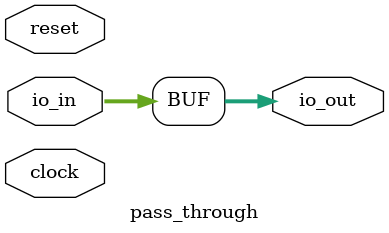
<source format=v>
module pass_through( // @[:@3.2]
  input        clock, // @[:@4.4]
  input        reset, // @[:@5.4]
  input  [3:0] io_in, // @[:@6.4]
  output [3:0] io_out // @[:@6.4]
);
  assign io_out = io_in; // @[first_module.scala 12:10:@8.4]
endmodule

</source>
